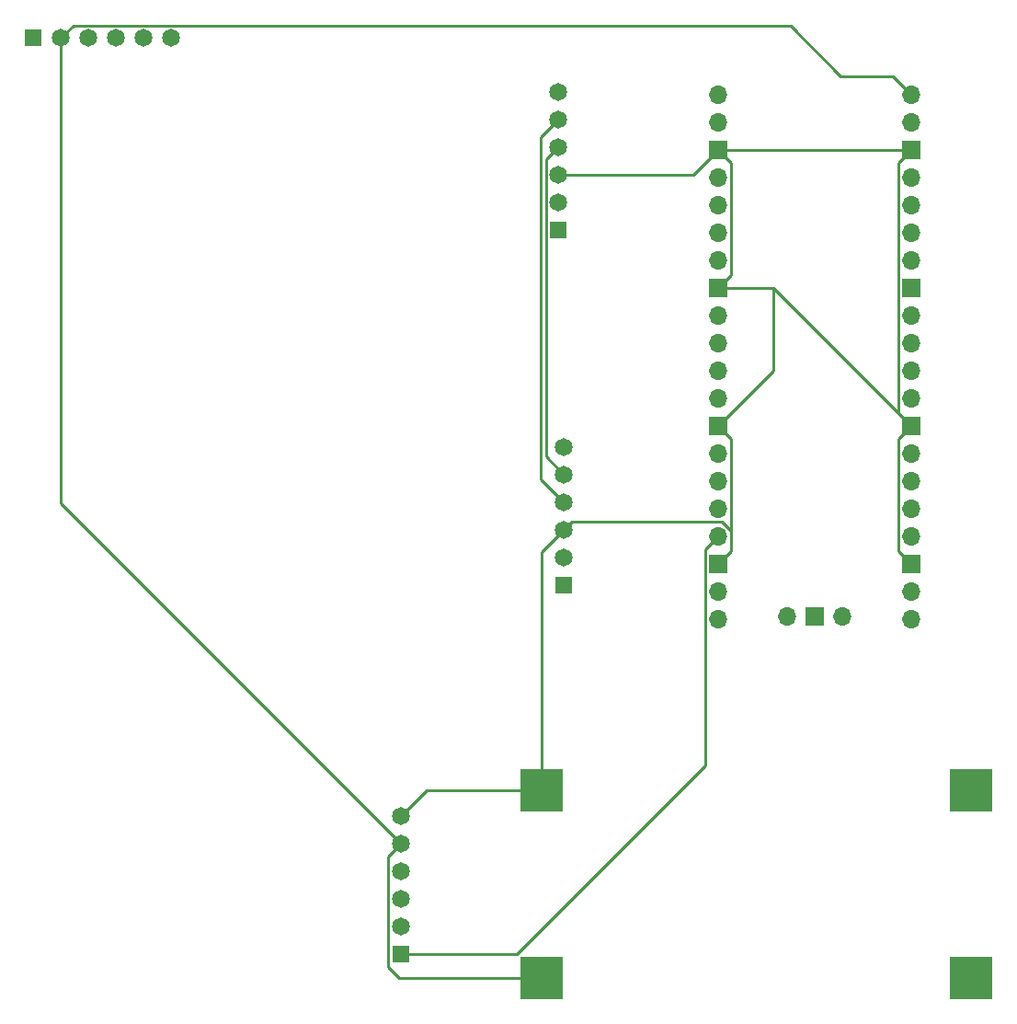
<source format=gbr>
%TF.GenerationSoftware,KiCad,Pcbnew,(7.0.0)*%
%TF.CreationDate,2023-04-17T20:28:16-05:00*%
%TF.ProjectId,PCB_Layout,5043425f-4c61-4796-9f75-742e6b696361,rev?*%
%TF.SameCoordinates,Original*%
%TF.FileFunction,Copper,L2,Bot*%
%TF.FilePolarity,Positive*%
%FSLAX46Y46*%
G04 Gerber Fmt 4.6, Leading zero omitted, Abs format (unit mm)*
G04 Created by KiCad (PCBNEW (7.0.0)) date 2023-04-17 20:28:16*
%MOMM*%
%LPD*%
G01*
G04 APERTURE LIST*
%TA.AperFunction,ComponentPad*%
%ADD10R,1.650000X1.650000*%
%TD*%
%TA.AperFunction,ComponentPad*%
%ADD11C,1.650000*%
%TD*%
%TA.AperFunction,ComponentPad*%
%ADD12R,4.000000X4.000000*%
%TD*%
%TA.AperFunction,ComponentPad*%
%ADD13O,1.700000X1.700000*%
%TD*%
%TA.AperFunction,ComponentPad*%
%ADD14R,1.700000X1.700000*%
%TD*%
%TA.AperFunction,Conductor*%
%ADD15C,0.250000*%
%TD*%
G04 APERTURE END LIST*
D10*
%TO.P,MicroSD1,1,1*%
%TO.N,Net-(U2-GPIO13)*%
X145499999Y-125829999D03*
D11*
%TO.P,MicroSD1,2,2*%
%TO.N,Net-(U2-GPIO10)*%
X145500000Y-123290000D03*
%TO.P,MicroSD1,3,3*%
%TO.N,Net-(U2-GPIO11)*%
X145500000Y-120750000D03*
%TO.P,MicroSD1,4,4*%
%TO.N,Net-(U2-GPIO12)*%
X145500000Y-118210000D03*
%TO.P,MicroSD1,5,5*%
%TO.N,Net-(U1-+OUT)*%
X145500000Y-115670000D03*
%TO.P,MicroSD1,6,6*%
%TO.N,Net-(U1--OUT)*%
X145500000Y-113130000D03*
%TD*%
D10*
%TO.P,IMU1,1,1*%
%TO.N,unconnected-(IMU1-Pad1)*%
X160499999Y-91849999D03*
D11*
%TO.P,IMU1,2,2*%
%TO.N,Net-(U2-3V3)*%
X160500000Y-89310000D03*
%TO.P,IMU1,3,3*%
%TO.N,Net-(U1--OUT)*%
X160500000Y-86770000D03*
%TO.P,IMU1,4,4*%
%TO.N,Net-(U2-GPIO2)*%
X160500000Y-84230000D03*
%TO.P,IMU1,5,5*%
%TO.N,Net-(U2-GPIO3)*%
X160500000Y-81690000D03*
%TO.P,IMU1,6,6*%
%TO.N,unconnected-(IMU1-Pad6)*%
X160500000Y-79150000D03*
%TD*%
D12*
%TO.P,U1,1,+IN*%
%TO.N,unconnected-(U1-+IN-Pad1)*%
X197999999Y-127999999D03*
%TO.P,U1,2,-IN*%
%TO.N,unconnected-(U1--IN-Pad2)*%
X197999999Y-110749999D03*
%TO.P,U1,3,+OUT*%
%TO.N,Net-(U1-+OUT)*%
X158499999Y-127999999D03*
%TO.P,U1,4,-OUT*%
%TO.N,Net-(U1--OUT)*%
X158499999Y-110749999D03*
%TD*%
D10*
%TO.P,Radio1,1,1*%
%TO.N,unconnected-(Radio1-Pad1)*%
X111649999Y-41522499D03*
D11*
%TO.P,Radio1,2,2*%
%TO.N,Net-(U1-+OUT)*%
X114190000Y-41522500D03*
%TO.P,Radio1,3,3*%
%TO.N,Net-(U1--OUT)*%
X116730000Y-41522500D03*
%TO.P,Radio1,4,4*%
%TO.N,Net-(U2-GPIO1)*%
X119270000Y-41522500D03*
%TO.P,Radio1,5,5*%
%TO.N,Net-(U2-GPIO0)*%
X121810000Y-41522500D03*
%TO.P,Radio1,6,6*%
%TO.N,unconnected-(Radio1-Pad6)*%
X124350000Y-41522500D03*
%TD*%
D13*
%TO.P,U2,1,GPIO0*%
%TO.N,Net-(U2-GPIO0)*%
X174719999Y-46719999D03*
%TO.P,U2,2,GPIO1*%
%TO.N,Net-(U2-GPIO1)*%
X174719999Y-49259999D03*
D14*
%TO.P,U2,3,GND*%
%TO.N,Net-(U1--OUT)*%
X174719999Y-51799999D03*
D13*
%TO.P,U2,4,GPIO2*%
%TO.N,Net-(U2-GPIO2)*%
X174719999Y-54339999D03*
%TO.P,U2,5,GPIO3*%
%TO.N,Net-(U2-GPIO3)*%
X174719999Y-56879999D03*
%TO.P,U2,6,GPIO4*%
%TO.N,unconnected-(U2-GPIO4-Pad6)*%
X174719999Y-59419999D03*
%TO.P,U2,7,GPIO5*%
%TO.N,unconnected-(U2-GPIO5-Pad7)*%
X174719999Y-61959999D03*
D14*
%TO.P,U2,8,GND*%
%TO.N,Net-(U1--OUT)*%
X174719999Y-64499999D03*
D13*
%TO.P,U2,9,GPIO6*%
%TO.N,unconnected-(U2-GPIO6-Pad9)*%
X174719999Y-67039999D03*
%TO.P,U2,10,GPIO7*%
%TO.N,unconnected-(U2-GPIO7-Pad10)*%
X174719999Y-69579999D03*
%TO.P,U2,11,GPIO8*%
%TO.N,unconnected-(U2-GPIO8-Pad11)*%
X174719999Y-72119999D03*
%TO.P,U2,12,GPIO9*%
%TO.N,unconnected-(U2-GPIO9-Pad12)*%
X174719999Y-74659999D03*
D14*
%TO.P,U2,13,GND*%
%TO.N,Net-(U1--OUT)*%
X174719999Y-77199999D03*
D13*
%TO.P,U2,14,GPIO10*%
%TO.N,Net-(U2-GPIO10)*%
X174719999Y-79739999D03*
%TO.P,U2,15,GPIO11*%
%TO.N,Net-(U2-GPIO11)*%
X174719999Y-82279999D03*
%TO.P,U2,16,GPIO12*%
%TO.N,Net-(U2-GPIO12)*%
X174719999Y-84819999D03*
%TO.P,U2,17,GPIO13*%
%TO.N,Net-(U2-GPIO13)*%
X174719999Y-87359999D03*
D14*
%TO.P,U2,18,GND*%
%TO.N,Net-(U1--OUT)*%
X174719999Y-89899999D03*
D13*
%TO.P,U2,19,GPIO14*%
%TO.N,unconnected-(U2-GPIO14-Pad19)*%
X174719999Y-92439999D03*
%TO.P,U2,20,GPIO15*%
%TO.N,unconnected-(U2-GPIO15-Pad20)*%
X174719999Y-94979999D03*
%TO.P,U2,21,GPIO16*%
%TO.N,unconnected-(U2-GPIO16-Pad21)*%
X192499999Y-94979999D03*
%TO.P,U2,22,GPIO17*%
%TO.N,unconnected-(U2-GPIO17-Pad22)*%
X192499999Y-92439999D03*
D14*
%TO.P,U2,23,GND*%
%TO.N,Net-(U1--OUT)*%
X192499999Y-89899999D03*
D13*
%TO.P,U2,24,GPIO18*%
%TO.N,unconnected-(U2-GPIO18-Pad24)*%
X192499999Y-87359999D03*
%TO.P,U2,25,GPIO19*%
%TO.N,unconnected-(U2-GPIO19-Pad25)*%
X192499999Y-84819999D03*
%TO.P,U2,26,GPIO20*%
%TO.N,unconnected-(U2-GPIO20-Pad26)*%
X192499999Y-82279999D03*
%TO.P,U2,27,GPIO21*%
%TO.N,unconnected-(U2-GPIO21-Pad27)*%
X192499999Y-79739999D03*
D14*
%TO.P,U2,28,GND*%
%TO.N,Net-(U1--OUT)*%
X192499999Y-77199999D03*
D13*
%TO.P,U2,29,GPIO22*%
%TO.N,unconnected-(U2-GPIO22-Pad29)*%
X192499999Y-74659999D03*
%TO.P,U2,30,RUN*%
%TO.N,unconnected-(U2-RUN-Pad30)*%
X192499999Y-72119999D03*
%TO.P,U2,31,GPIO26_ADC0*%
%TO.N,unconnected-(U2-GPIO26_ADC0-Pad31)*%
X192499999Y-69579999D03*
%TO.P,U2,32,GPIO27_ADC1*%
%TO.N,unconnected-(U2-GPIO27_ADC1-Pad32)*%
X192499999Y-67039999D03*
D14*
%TO.P,U2,33,AGND*%
%TO.N,unconnected-(U2-AGND-Pad33)*%
X192499999Y-64499999D03*
D13*
%TO.P,U2,34,GPIO28_ADC2*%
%TO.N,unconnected-(U2-GPIO28_ADC2-Pad34)*%
X192499999Y-61959999D03*
%TO.P,U2,35,ADC_VREF*%
%TO.N,unconnected-(U2-ADC_VREF-Pad35)*%
X192499999Y-59419999D03*
%TO.P,U2,36,3V3*%
%TO.N,Net-(U2-3V3)*%
X192499999Y-56879999D03*
%TO.P,U2,37,3V3_EN*%
%TO.N,unconnected-(U2-3V3_EN-Pad37)*%
X192499999Y-54339999D03*
D14*
%TO.P,U2,38,GND*%
%TO.N,Net-(U1--OUT)*%
X192499999Y-51799999D03*
D13*
%TO.P,U2,39,VSYS*%
%TO.N,unconnected-(U2-VSYS-Pad39)*%
X192499999Y-49259999D03*
%TO.P,U2,40,VBUS*%
%TO.N,Net-(U1-+OUT)*%
X192499999Y-46719999D03*
%TO.P,U2,41,SWCLK*%
%TO.N,unconnected-(U2-SWCLK-Pad41)*%
X181069999Y-94749999D03*
D14*
%TO.P,U2,42,GND*%
%TO.N,unconnected-(U2-GND-Pad42)*%
X183609999Y-94749999D03*
D13*
%TO.P,U2,43,SWDIO*%
%TO.N,unconnected-(U2-SWDIO-Pad43)*%
X186149999Y-94749999D03*
%TD*%
D10*
%TO.P,GPS1,1,1*%
%TO.N,unconnected-(GPS1-Pad1)*%
X159999999Y-59159999D03*
D11*
%TO.P,GPS1,2,2*%
%TO.N,Net-(U2-3V3)*%
X160000000Y-56620000D03*
%TO.P,GPS1,3,3*%
%TO.N,Net-(U1--OUT)*%
X160000000Y-54080000D03*
%TO.P,GPS1,4,4*%
%TO.N,Net-(U2-GPIO3)*%
X160000000Y-51540000D03*
%TO.P,GPS1,5,5*%
%TO.N,Net-(U2-GPIO2)*%
X160000000Y-49000000D03*
%TO.P,GPS1,6,6*%
%TO.N,unconnected-(GPS1-Pad6)*%
X160000000Y-46460000D03*
%TD*%
D15*
%TO.N,Net-(U2-GPIO2)*%
X158400000Y-82130000D02*
X158400000Y-50600000D01*
X160500000Y-84230000D02*
X158400000Y-82130000D01*
X158400000Y-50600000D02*
X160000000Y-49000000D01*
%TO.N,Net-(U2-GPIO3)*%
X160500000Y-81690000D02*
X158850000Y-80040000D01*
X158850000Y-80040000D02*
X158850000Y-52690000D01*
X158850000Y-52690000D02*
X160000000Y-51540000D01*
%TO.N,Net-(U2-GPIO13)*%
X173545000Y-108460000D02*
X173545000Y-88535000D01*
X173545000Y-88535000D02*
X174720000Y-87360000D01*
X156175000Y-125830000D02*
X173545000Y-108460000D01*
X145500000Y-125830000D02*
X156175000Y-125830000D01*
%TO.N,Net-(U1--OUT)*%
X160000000Y-54080000D02*
X172440000Y-54080000D01*
X192500000Y-89900000D02*
X191325000Y-88725000D01*
X175895000Y-88725000D02*
X175895000Y-86873299D01*
X174720000Y-51800000D02*
X192500000Y-51800000D01*
X174720000Y-77200000D02*
X175895000Y-78375000D01*
X191325000Y-88725000D02*
X191325000Y-78375000D01*
X158500000Y-88770000D02*
X160500000Y-86770000D01*
X179800000Y-64500000D02*
X192500000Y-77200000D01*
X192500000Y-51800000D02*
X191325000Y-52975000D01*
X174720000Y-64500000D02*
X179800000Y-64500000D01*
X174720000Y-77200000D02*
X179800000Y-72120000D01*
X191325000Y-52975000D02*
X191325000Y-76025000D01*
X161270000Y-86000000D02*
X160500000Y-86770000D01*
X175895000Y-86873299D02*
X175021701Y-86000000D01*
X175895000Y-52975000D02*
X175895000Y-63325000D01*
X175021701Y-86000000D02*
X161270000Y-86000000D01*
X158500000Y-110750000D02*
X158500000Y-88770000D01*
X179800000Y-72120000D02*
X179800000Y-64500000D01*
X175895000Y-63325000D02*
X174720000Y-64500000D01*
X147880000Y-110750000D02*
X158500000Y-110750000D01*
X191325000Y-78375000D02*
X192500000Y-77200000D01*
X145500000Y-113130000D02*
X147880000Y-110750000D01*
X175895000Y-78375000D02*
X175895000Y-88725000D01*
X172440000Y-54080000D02*
X174720000Y-51800000D01*
X174720000Y-51800000D02*
X175895000Y-52975000D01*
X191325000Y-76025000D02*
X192500000Y-77200000D01*
X174720000Y-89900000D02*
X175895000Y-88725000D01*
%TO.N,Net-(U1-+OUT)*%
X186000000Y-45000000D02*
X190780000Y-45000000D01*
X114190000Y-84360000D02*
X114190000Y-41522500D01*
X145500000Y-115670000D02*
X114190000Y-84360000D01*
X158500000Y-128000000D02*
X145370000Y-128000000D01*
X115340000Y-40372500D02*
X181372500Y-40372500D01*
X114190000Y-41522500D02*
X115340000Y-40372500D01*
X190780000Y-45000000D02*
X192500000Y-46720000D01*
X181372500Y-40372500D02*
X186000000Y-45000000D01*
X144350000Y-126980000D02*
X144350000Y-116820000D01*
X144350000Y-116820000D02*
X145500000Y-115670000D01*
X145370000Y-128000000D02*
X144350000Y-126980000D01*
%TD*%
M02*

</source>
